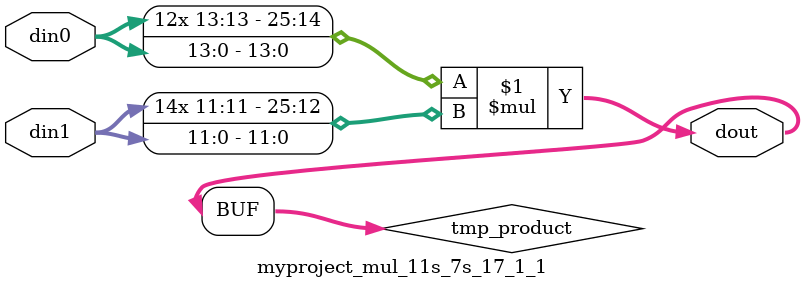
<source format=v>

`timescale 1 ns / 1 ps

 module myproject_mul_11s_7s_17_1_1(din0, din1, dout);
parameter ID = 1;
parameter NUM_STAGE = 0;
parameter din0_WIDTH = 14;
parameter din1_WIDTH = 12;
parameter dout_WIDTH = 26;

input [din0_WIDTH - 1 : 0] din0; 
input [din1_WIDTH - 1 : 0] din1; 
output [dout_WIDTH - 1 : 0] dout;

wire signed [dout_WIDTH - 1 : 0] tmp_product;



























assign tmp_product = $signed(din0) * $signed(din1);








assign dout = tmp_product;





















endmodule

</source>
